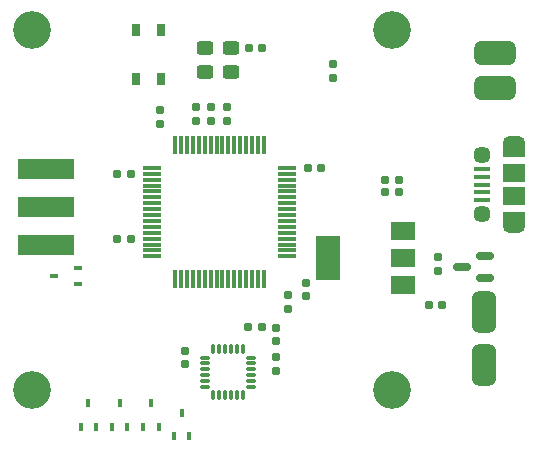
<source format=gbr>
%TF.GenerationSoftware,KiCad,Pcbnew,(6.0.1)*%
%TF.CreationDate,2022-08-29T10:58:40+03:00*%
%TF.ProjectId,flight controller,666c6967-6874-4206-936f-6e74726f6c6c,rev?*%
%TF.SameCoordinates,Original*%
%TF.FileFunction,Soldermask,Top*%
%TF.FilePolarity,Negative*%
%FSLAX46Y46*%
G04 Gerber Fmt 4.6, Leading zero omitted, Abs format (unit mm)*
G04 Created by KiCad (PCBNEW (6.0.1)) date 2022-08-29 10:58:40*
%MOMM*%
%LPD*%
G01*
G04 APERTURE LIST*
G04 Aperture macros list*
%AMRoundRect*
0 Rectangle with rounded corners*
0 $1 Rounding radius*
0 $2 $3 $4 $5 $6 $7 $8 $9 X,Y pos of 4 corners*
0 Add a 4 corners polygon primitive as box body*
4,1,4,$2,$3,$4,$5,$6,$7,$8,$9,$2,$3,0*
0 Add four circle primitives for the rounded corners*
1,1,$1+$1,$2,$3*
1,1,$1+$1,$4,$5*
1,1,$1+$1,$6,$7*
1,1,$1+$1,$8,$9*
0 Add four rect primitives between the rounded corners*
20,1,$1+$1,$2,$3,$4,$5,0*
20,1,$1+$1,$4,$5,$6,$7,0*
20,1,$1+$1,$6,$7,$8,$9,0*
20,1,$1+$1,$8,$9,$2,$3,0*%
G04 Aperture macros list end*
%ADD10RoundRect,0.160000X0.197500X0.160000X-0.197500X0.160000X-0.197500X-0.160000X0.197500X-0.160000X0*%
%ADD11RoundRect,0.155000X0.212500X0.155000X-0.212500X0.155000X-0.212500X-0.155000X0.212500X-0.155000X0*%
%ADD12RoundRect,0.075000X-0.700000X-0.075000X0.700000X-0.075000X0.700000X0.075000X-0.700000X0.075000X0*%
%ADD13RoundRect,0.075000X-0.075000X-0.700000X0.075000X-0.700000X0.075000X0.700000X-0.075000X0.700000X0*%
%ADD14C,3.200000*%
%ADD15RoundRect,0.155000X0.155000X-0.212500X0.155000X0.212500X-0.155000X0.212500X-0.155000X-0.212500X0*%
%ADD16RoundRect,0.155000X-0.212500X-0.155000X0.212500X-0.155000X0.212500X0.155000X-0.212500X0.155000X0*%
%ADD17RoundRect,0.250000X-0.450000X0.325000X-0.450000X-0.325000X0.450000X-0.325000X0.450000X0.325000X0*%
%ADD18RoundRect,0.500000X-1.250000X0.500000X-1.250000X-0.500000X1.250000X-0.500000X1.250000X0.500000X0*%
%ADD19RoundRect,0.500000X-0.500000X-1.250000X0.500000X-1.250000X0.500000X1.250000X-0.500000X1.250000X0*%
%ADD20R,4.800000X1.750000*%
%ADD21R,0.650000X1.050000*%
%ADD22RoundRect,0.160000X-0.160000X0.197500X-0.160000X-0.197500X0.160000X-0.197500X0.160000X0.197500X0*%
%ADD23R,1.350000X0.400000*%
%ADD24O,1.900000X1.200000*%
%ADD25C,1.450000*%
%ADD26R,1.900000X1.500000*%
%ADD27R,1.900000X1.200000*%
%ADD28R,2.000000X1.500000*%
%ADD29R,2.000000X3.800000*%
%ADD30RoundRect,0.155000X-0.155000X0.212500X-0.155000X-0.212500X0.155000X-0.212500X0.155000X0.212500X0*%
%ADD31R,0.450000X0.700000*%
%ADD32RoundRect,0.160000X0.160000X-0.197500X0.160000X0.197500X-0.160000X0.197500X-0.160000X-0.197500X0*%
%ADD33RoundRect,0.150000X0.587500X0.150000X-0.587500X0.150000X-0.587500X-0.150000X0.587500X-0.150000X0*%
%ADD34RoundRect,0.075000X0.075000X-0.350000X0.075000X0.350000X-0.075000X0.350000X-0.075000X-0.350000X0*%
%ADD35RoundRect,0.075000X0.350000X0.075000X-0.350000X0.075000X-0.350000X-0.075000X0.350000X-0.075000X0*%
%ADD36R,0.700000X0.450000*%
G04 APERTURE END LIST*
D10*
%TO.C,R4*%
X151600000Y-88000000D03*
X150405000Y-88000000D03*
%TD*%
%TO.C,R5*%
X151597500Y-89000000D03*
X150402500Y-89000000D03*
%TD*%
D11*
%TO.C,C15*%
X140000000Y-76800000D03*
X138865000Y-76800000D03*
%TD*%
D12*
%TO.C,U3*%
X130725000Y-86982500D03*
X130725000Y-87482500D03*
X130725000Y-87982500D03*
X130725000Y-88482500D03*
X130725000Y-88982500D03*
X130725000Y-89482500D03*
X130725000Y-89982500D03*
X130725000Y-90482500D03*
X130725000Y-90982500D03*
X130725000Y-91482500D03*
X130725000Y-91982500D03*
X130725000Y-92482500D03*
X130725000Y-92982500D03*
X130725000Y-93482500D03*
X130725000Y-93982500D03*
X130725000Y-94482500D03*
D13*
X132650000Y-96407500D03*
X133150000Y-96407500D03*
X133650000Y-96407500D03*
X134150000Y-96407500D03*
X134650000Y-96407500D03*
X135150000Y-96407500D03*
X135650000Y-96407500D03*
X136150000Y-96407500D03*
X136650000Y-96407500D03*
X137150000Y-96407500D03*
X137650000Y-96407500D03*
X138150000Y-96407500D03*
X138650000Y-96407500D03*
X139150000Y-96407500D03*
X139650000Y-96407500D03*
X140150000Y-96407500D03*
D12*
X142075000Y-94482500D03*
X142075000Y-93982500D03*
X142075000Y-93482500D03*
X142075000Y-92982500D03*
X142075000Y-92482500D03*
X142075000Y-91982500D03*
X142075000Y-91482500D03*
X142075000Y-90982500D03*
X142075000Y-90482500D03*
X142075000Y-89982500D03*
X142075000Y-89482500D03*
X142075000Y-88982500D03*
X142075000Y-88482500D03*
X142075000Y-87982500D03*
X142075000Y-87482500D03*
X142075000Y-86982500D03*
D13*
X140150000Y-85057500D03*
X139650000Y-85057500D03*
X139150000Y-85057500D03*
X138650000Y-85057500D03*
X138150000Y-85057500D03*
X137650000Y-85057500D03*
X137150000Y-85057500D03*
X136650000Y-85057500D03*
X136150000Y-85057500D03*
X135650000Y-85057500D03*
X135150000Y-85057500D03*
X134650000Y-85057500D03*
X134150000Y-85057500D03*
X133650000Y-85057500D03*
X133150000Y-85057500D03*
X132650000Y-85057500D03*
%TD*%
D14*
%TO.C,H3*%
X151000000Y-75300000D03*
%TD*%
D15*
%TO.C,C6*%
X133500000Y-103600000D03*
X133500000Y-102465000D03*
%TD*%
D16*
%TO.C,C10*%
X127732500Y-93000000D03*
X128867500Y-93000000D03*
%TD*%
D14*
%TO.C,H2*%
X120500000Y-105800000D03*
%TD*%
D15*
%TO.C,C11*%
X142200000Y-98900000D03*
X142200000Y-97765000D03*
%TD*%
D17*
%TO.C,D2*%
X135200000Y-76800000D03*
X135200000Y-78850000D03*
%TD*%
D16*
%TO.C,C1*%
X154132500Y-98600000D03*
X155267500Y-98600000D03*
%TD*%
D14*
%TO.C,H4*%
X120500000Y-75300000D03*
%TD*%
D18*
%TO.C,5V*%
X159700000Y-80200000D03*
%TD*%
D19*
%TO.C,GND*%
X158800000Y-103700000D03*
%TD*%
D15*
%TO.C,C2*%
X154900000Y-95700000D03*
X154900000Y-94565000D03*
%TD*%
D20*
%TO.C,Y1*%
X121700000Y-93550000D03*
X121700000Y-90300000D03*
X121700000Y-87050000D03*
%TD*%
D21*
%TO.C,SW1*%
X131475000Y-75325000D03*
X131475000Y-79475000D03*
X129325000Y-75325000D03*
X129325000Y-79450000D03*
%TD*%
D17*
%TO.C,D3*%
X137400000Y-76800000D03*
X137400000Y-78850000D03*
%TD*%
D22*
%TO.C,R8*%
X134400000Y-81800000D03*
X134400000Y-82995000D03*
%TD*%
D23*
%TO.C,J1*%
X158637500Y-89700000D03*
X158637500Y-89050000D03*
X158637500Y-88400000D03*
X158637500Y-87750000D03*
X158637500Y-87100000D03*
D24*
X161337500Y-91900000D03*
D25*
X158637500Y-85900000D03*
D26*
X161337500Y-89400000D03*
D27*
X161337500Y-85500000D03*
D24*
X161337500Y-84900000D03*
D25*
X158637500Y-90900000D03*
D26*
X161337500Y-87400000D03*
D27*
X161337500Y-91300000D03*
%TD*%
D28*
%TO.C,U2*%
X151900000Y-96900000D03*
X151900000Y-94600000D03*
D29*
X145600000Y-94600000D03*
D28*
X151900000Y-92300000D03*
%TD*%
D30*
%TO.C,C4*%
X141200000Y-100532500D03*
X141200000Y-101667500D03*
%TD*%
D15*
%TO.C,C7*%
X143700000Y-97867500D03*
X143700000Y-96732500D03*
%TD*%
D31*
%TO.C,Q2*%
X124650000Y-108900000D03*
X125950000Y-108900000D03*
X125300000Y-106900000D03*
%TD*%
%TO.C,Q3*%
X127300000Y-108900000D03*
X128600000Y-108900000D03*
X127950000Y-106900000D03*
%TD*%
%TO.C,Q4*%
X129950000Y-108900000D03*
X131250000Y-108900000D03*
X130600000Y-106900000D03*
%TD*%
D32*
%TO.C,R1*%
X135700000Y-83000000D03*
X135700000Y-81805000D03*
%TD*%
D33*
%TO.C,D1*%
X158837500Y-96350000D03*
X158837500Y-94450000D03*
X156962500Y-95400000D03*
%TD*%
D34*
%TO.C,U1*%
X135850000Y-106250000D03*
X136350000Y-106250000D03*
X136850000Y-106250000D03*
X137350000Y-106250000D03*
X137850000Y-106250000D03*
X138350000Y-106250000D03*
D35*
X139050000Y-105550000D03*
X139050000Y-105050000D03*
X139050000Y-104550000D03*
X139050000Y-104050000D03*
X139050000Y-103550000D03*
X139050000Y-103050000D03*
D34*
X138350000Y-102350000D03*
X137850000Y-102350000D03*
X137350000Y-102350000D03*
X136850000Y-102350000D03*
X136350000Y-102350000D03*
X135850000Y-102350000D03*
D35*
X135150000Y-103050000D03*
X135150000Y-103550000D03*
X135150000Y-104050000D03*
X135150000Y-104550000D03*
X135150000Y-105050000D03*
X135150000Y-105550000D03*
%TD*%
D30*
%TO.C,C8*%
X131400000Y-82100000D03*
X131400000Y-83235000D03*
%TD*%
D15*
%TO.C,C5*%
X141200000Y-104167500D03*
X141200000Y-103032500D03*
%TD*%
D16*
%TO.C,C3*%
X138832500Y-100500000D03*
X139967500Y-100500000D03*
%TD*%
D30*
%TO.C,C14*%
X146000000Y-78232500D03*
X146000000Y-79367500D03*
%TD*%
D14*
%TO.C,H1*%
X151000000Y-105800000D03*
%TD*%
D18*
%TO.C,3.3V*%
X159700000Y-77300000D03*
%TD*%
D36*
%TO.C,Q1*%
X124400000Y-96800000D03*
X124400000Y-95500000D03*
X122400000Y-96150000D03*
%TD*%
D10*
%TO.C,R14*%
X128895000Y-87500000D03*
X127700000Y-87500000D03*
%TD*%
D11*
%TO.C,C9*%
X145035000Y-87000000D03*
X143900000Y-87000000D03*
%TD*%
D31*
%TO.C,Q5*%
X132550000Y-109700000D03*
X133850000Y-109700000D03*
X133200000Y-107700000D03*
%TD*%
D32*
%TO.C,R2*%
X137000000Y-82995000D03*
X137000000Y-81800000D03*
%TD*%
D19*
%TO.C,5V_In*%
X158800000Y-99200000D03*
%TD*%
M02*

</source>
